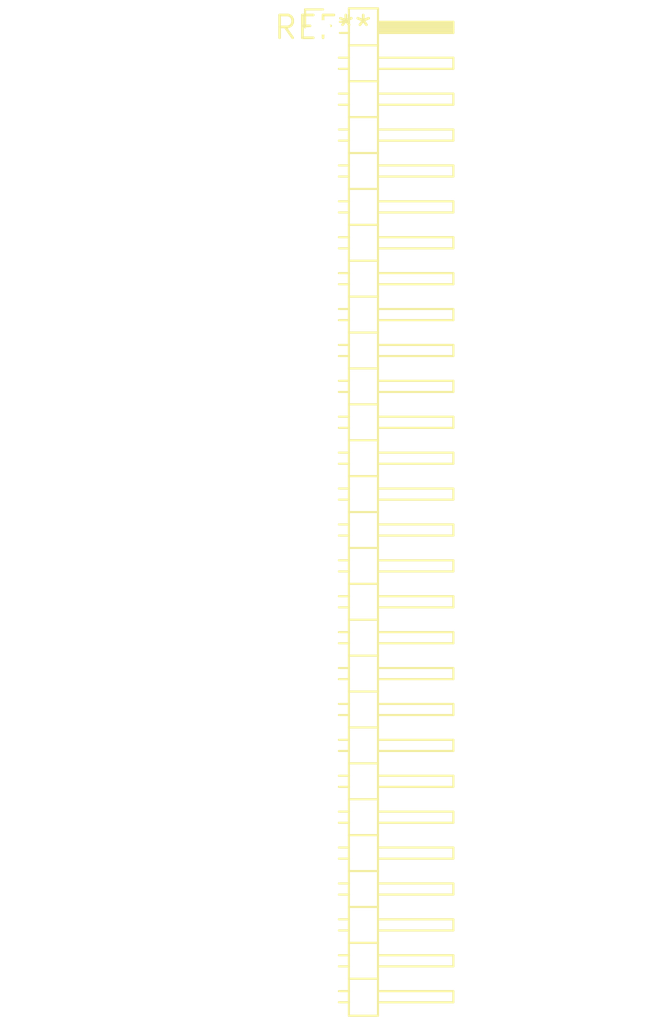
<source format=kicad_pcb>
(kicad_pcb (version 20240108) (generator pcbnew)
  (layers (0 "F.Cu" signal) (31 "B.Cu" signal) (34 "B.Paste" user) (35 "F.Paste" user) (36 "B.SilkS" user "B.Silkscreen") (37 "F.SilkS" user "F.Silkscreen") (38 "B.Mask" user) (39 "F.Mask" user) (44 "Edge.Cuts" user))
  (net 0 "")
  (footprint "PinHeader_1x28_P2.00mm_Horizontal" (layer "F.Cu") (at 0 0)
    (property "Reference" "REF**")
    (property "Value" "PinHeader_1x28_P2.00mm_Horizontal")
    (fp_line (start -1 -1) (end 0 -1) (layer "F.SilkS") (stroke (width 0.12)))
    (fp_line (start -1 0) (end -1 -1) (layer "F.SilkS") (stroke (width 0.12)))
    (fp_line (start 0.882114 1.69) (end 1.44 1.69) (layer "F.SilkS") (stroke (width 0.12)))
    (fp_line (start 0.882114 2.31) (end 1.44 2.31) (layer "F.SilkS") (stroke (width 0.12)))
    (fp_line (start 0.882114 3.69) (end 1.44 3.69) (layer "F.SilkS") (stroke (width 0.12)))
    (fp_line (start 0.882114 4.31) (end 1.44 4.31) (layer "F.SilkS") (stroke (width 0.12)))
    (fp_line (start 0.882114 5.69) (end 1.44 5.69) (layer "F.SilkS") (stroke (width 0.12)))
    (fp_line (start 0.882114 6.31) (end 1.44 6.31) (layer "F.SilkS") (stroke (width 0.12)))
    (fp_line (start 0.882114 7.69) (end 1.44 7.69) (layer "F.SilkS") (stroke (width 0.12)))
    (fp_line (start 0.882114 8.31) (end 1.44 8.31) (layer "F.SilkS") (stroke (width 0.12)))
    (fp_line (start 0.882114 9.69) (end 1.44 9.69) (layer "F.SilkS") (stroke (width 0.12)))
    (fp_line (start 0.882114 10.31) (end 1.44 10.31) (layer "F.SilkS") (stroke (width 0.12)))
    (fp_line (start 0.882114 11.69) (end 1.44 11.69) (layer "F.SilkS") (stroke (width 0.12)))
    (fp_line (start 0.882114 12.31) (end 1.44 12.31) (layer "F.SilkS") (stroke (width 0.12)))
    (fp_line (start 0.882114 13.69) (end 1.44 13.69) (layer "F.SilkS") (stroke (width 0.12)))
    (fp_line (start 0.882114 14.31) (end 1.44 14.31) (layer "F.SilkS") (stroke (width 0.12)))
    (fp_line (start 0.882114 15.69) (end 1.44 15.69) (layer "F.SilkS") (stroke (width 0.12)))
    (fp_line (start 0.882114 16.31) (end 1.44 16.31) (layer "F.SilkS") (stroke (width 0.12)))
    (fp_line (start 0.882114 17.69) (end 1.44 17.69) (layer "F.SilkS") (stroke (width 0.12)))
    (fp_line (start 0.882114 18.31) (end 1.44 18.31) (layer "F.SilkS") (stroke (width 0.12)))
    (fp_line (start 0.882114 19.69) (end 1.44 19.69) (layer "F.SilkS") (stroke (width 0.12)))
    (fp_line (start 0.882114 20.31) (end 1.44 20.31) (layer "F.SilkS") (stroke (width 0.12)))
    (fp_line (start 0.882114 21.69) (end 1.44 21.69) (layer "F.SilkS") (stroke (width 0.12)))
    (fp_line (start 0.882114 22.31) (end 1.44 22.31) (layer "F.SilkS") (stroke (width 0.12)))
    (fp_line (start 0.882114 23.69) (end 1.44 23.69) (layer "F.SilkS") (stroke (width 0.12)))
    (fp_line (start 0.882114 24.31) (end 1.44 24.31) (layer "F.SilkS") (stroke (width 0.12)))
    (fp_line (start 0.882114 25.69) (end 1.44 25.69) (layer "F.SilkS") (stroke (width 0.12)))
    (fp_line (start 0.882114 26.31) (end 1.44 26.31) (layer "F.SilkS") (stroke (width 0.12)))
    (fp_line (start 0.882114 27.69) (end 1.44 27.69) (layer "F.SilkS") (stroke (width 0.12)))
    (fp_line (start 0.882114 28.31) (end 1.44 28.31) (layer "F.SilkS") (stroke (width 0.12)))
    (fp_line (start 0.882114 29.69) (end 1.44 29.69) (layer "F.SilkS") (stroke (width 0.12)))
    (fp_line (start 0.882114 30.31) (end 1.44 30.31) (layer "F.SilkS") (stroke (width 0.12)))
    (fp_line (start 0.882114 31.69) (end 1.44 31.69) (layer "F.SilkS") (stroke (width 0.12)))
    (fp_line (start 0.882114 32.31) (end 1.44 32.31) (layer "F.SilkS") (stroke (width 0.12)))
    (fp_line (start 0.882114 33.69) (end 1.44 33.69) (layer "F.SilkS") (stroke (width 0.12)))
    (fp_line (start 0.882114 34.31) (end 1.44 34.31) (layer "F.SilkS") (stroke (width 0.12)))
    (fp_line (start 0.882114 35.69) (end 1.44 35.69) (layer "F.SilkS") (stroke (width 0.12)))
    (fp_line (start 0.882114 36.31) (end 1.44 36.31) (layer "F.SilkS") (stroke (width 0.12)))
    (fp_line (start 0.882114 37.69) (end 1.44 37.69) (layer "F.SilkS") (stroke (width 0.12)))
    (fp_line (start 0.882114 38.31) (end 1.44 38.31) (layer "F.SilkS") (stroke (width 0.12)))
    (fp_line (start 0.882114 39.69) (end 1.44 39.69) (layer "F.SilkS") (stroke (width 0.12)))
    (fp_line (start 0.882114 40.31) (end 1.44 40.31) (layer "F.SilkS") (stroke (width 0.12)))
    (fp_line (start 0.882114 41.69) (end 1.44 41.69) (layer "F.SilkS") (stroke (width 0.12)))
    (fp_line (start 0.882114 42.31) (end 1.44 42.31) (layer "F.SilkS") (stroke (width 0.12)))
    (fp_line (start 0.882114 43.69) (end 1.44 43.69) (layer "F.SilkS") (stroke (width 0.12)))
    (fp_line (start 0.882114 44.31) (end 1.44 44.31) (layer "F.SilkS") (stroke (width 0.12)))
    (fp_line (start 0.882114 45.69) (end 1.44 45.69) (layer "F.SilkS") (stroke (width 0.12)))
    (fp_line (start 0.882114 46.31) (end 1.44 46.31) (layer "F.SilkS") (stroke (width 0.12)))
    (fp_line (start 0.882114 47.69) (end 1.44 47.69) (layer "F.SilkS") (stroke (width 0.12)))
    (fp_line (start 0.882114 48.31) (end 1.44 48.31) (layer "F.SilkS") (stroke (width 0.12)))
    (fp_line (start 0.882114 49.69) (end 1.44 49.69) (layer "F.SilkS") (stroke (width 0.12)))
    (fp_line (start 0.882114 50.31) (end 1.44 50.31) (layer "F.SilkS") (stroke (width 0.12)))
    (fp_line (start 0.882114 51.69) (end 1.44 51.69) (layer "F.SilkS") (stroke (width 0.12)))
    (fp_line (start 0.882114 52.31) (end 1.44 52.31) (layer "F.SilkS") (stroke (width 0.12)))
    (fp_line (start 0.882114 53.69) (end 1.44 53.69) (layer "F.SilkS") (stroke (width 0.12)))
    (fp_line (start 0.882114 54.31) (end 1.44 54.31) (layer "F.SilkS") (stroke (width 0.12)))
    (fp_line (start 0.935 -0.31) (end 1.44 -0.31) (layer "F.SilkS") (stroke (width 0.12)))
    (fp_line (start 0.935 0.31) (end 1.44 0.31) (layer "F.SilkS") (stroke (width 0.12)))
    (fp_line (start 1.44 -1.06) (end 1.44 55.06) (layer "F.SilkS") (stroke (width 0.12)))
    (fp_line (start 1.44 1) (end 3.06 1) (layer "F.SilkS") (stroke (width 0.12)))
    (fp_line (start 1.44 3) (end 3.06 3) (layer "F.SilkS") (stroke (width 0.12)))
    (fp_line (start 1.44 5) (end 3.06 5) (layer "F.SilkS") (stroke (width 0.12)))
    (fp_line (start 1.44 7) (end 3.06 7) (layer "F.SilkS") (stroke (width 0.12)))
    (fp_line (start 1.44 9) (end 3.06 9) (layer "F.SilkS") (stroke (width 0.12)))
    (fp_line (start 1.44 11) (end 3.06 11) (layer "F.SilkS") (stroke (width 0.12)))
    (fp_line (start 1.44 13) (end 3.06 13) (layer "F.SilkS") (stroke (width 0.12)))
    (fp_line (start 1.44 15) (end 3.06 15) (layer "F.SilkS") (stroke (width 0.12)))
    (fp_line (start 1.44 17) (end 3.06 17) (layer "F.SilkS") (stroke (width 0.12)))
    (fp_line (start 1.44 19) (end 3.06 19) (layer "F.SilkS") (stroke (width 0.12)))
    (fp_line (start 1.44 21) (end 3.06 21) (layer "F.SilkS") (stroke (width 0.12)))
    (fp_line (start 1.44 23) (end 3.06 23) (layer "F.SilkS") (stroke (width 0.12)))
    (fp_line (start 1.44 25) (end 3.06 25) (layer "F.SilkS") (stroke (width 0.12)))
    (fp_line (start 1.44 27) (end 3.06 27) (layer "F.SilkS") (stroke (width 0.12)))
    (fp_line (start 1.44 29) (end 3.06 29) (layer "F.SilkS") (stroke (width 0.12)))
    (fp_line (start 1.44 31) (end 3.06 31) (layer "F.SilkS") (stroke (width 0.12)))
    (fp_line (start 1.44 33) (end 3.06 33) (layer "F.SilkS") (stroke (width 0.12)))
    (fp_line (start 1.44 35) (end 3.06 35) (layer "F.SilkS") (stroke (width 0.12)))
    (fp_line (start 1.44 37) (end 3.06 37) (layer "F.SilkS") (stroke (width 0.12)))
    (fp_line (start 1.44 39) (end 3.06 39) (layer "F.SilkS") (stroke (width 0.12)))
    (fp_line (start 1.44 41) (end 3.06 41) (layer "F.SilkS") (stroke (width 0.12)))
    (fp_line (start 1.44 43) (end 3.06 43) (layer "F.SilkS") (stroke (width 0.12)))
    (fp_line (start 1.44 45) (end 3.06 45) (layer "F.SilkS") (stroke (width 0.12)))
    (fp_line (start 1.44 47) (end 3.06 47) (layer "F.SilkS") (stroke (width 0.12)))
    (fp_line (start 1.44 49) (end 3.06 49) (layer "F.SilkS") (stroke (width 0.12)))
    (fp_line (start 1.44 51) (end 3.06 51) (layer "F.SilkS") (stroke (width 0.12)))
    (fp_line (start 1.44 53) (end 3.06 53) (layer "F.SilkS") (stroke (width 0.12)))
    (fp_line (start 1.44 55.06) (end 3.06 55.06) (layer "F.SilkS") (stroke (width 0.12)))
    (fp_line (start 3.06 -1.06) (end 1.44 -1.06) (layer "F.SilkS") (stroke (width 0.12)))
    (fp_line (start 3.06 -0.31) (end 7.26 -0.31) (layer "F.SilkS") (stroke (width 0.12)))
    (fp_line (start 3.06 -0.25) (end 7.26 -0.25) (layer "F.SilkS") (stroke (width 0.12)))
    (fp_line (start 3.06 -0.13) (end 7.26 -0.13) (layer "F.SilkS") (stroke (width 0.12)))
    (fp_line (start 3.06 -0.01) (end 7.26 -0.01) (layer "F.SilkS") (stroke (width 0.12)))
    (fp_line (start 3.06 0.11) (end 7.26 0.11) (layer "F.SilkS") (stroke (width 0.12)))
    (fp_line (start 3.06 0.23) (end 7.26 0.23) (layer "F.SilkS") (stroke (width 0.12)))
    (fp_line (start 3.06 1.69) (end 7.26 1.69) (layer "F.SilkS") (stroke (width 0.12)))
    (fp_line (start 3.06 3.69) (end 7.26 3.69) (layer "F.SilkS") (stroke (width 0.12)))
    (fp_line (start 3.06 5.69) (end 7.26 5.69) (layer "F.SilkS") (stroke (width 0.12)))
    (fp_line (start 3.06 7.69) (end 7.26 7.69) (layer "F.SilkS") (stroke (width 0.12)))
    (fp_line (start 3.06 9.69) (end 7.26 9.69) (layer "F.SilkS") (stroke (width 0.12)))
    (fp_line (start 3.06 11.69) (end 7.26 11.69) (layer "F.SilkS") (stroke (width 0.12)))
    (fp_line (start 3.06 13.69) (end 7.26 13.69) (layer "F.SilkS") (stroke (width 0.12)))
    (fp_line (start 3.06 15.69) (end 7.26 15.69) (layer "F.SilkS") (stroke (width 0.12)))
    (fp_line (start 3.06 17.69) (end 7.26 17.69) (layer "F.SilkS") (stroke (width 0.12)))
    (fp_line (start 3.06 19.69) (end 7.26 19.69) (layer "F.SilkS") (stroke (width 0.12)))
    (fp_line (start 3.06 21.69) (end 7.26 21.69) (layer "F.SilkS") (stroke (width 0.12)))
    (fp_line (start 3.06 23.69) (end 7.26 23.69) (layer "F.SilkS") (stroke (width 0.12)))
    (fp_line (start 3.06 25.69) (end 7.26 25.69) (layer "F.SilkS") (stroke (width 0.12)))
    (fp_line (start 3.06 27.69) (end 7.26 27.69) (layer "F.SilkS") (stroke (width 0.12)))
    (fp_line (start 3.06 29.69) (end 7.26 29.69) (layer "F.SilkS") (stroke (width 0.12)))
    (fp_line (start 3.06 31.69) (end 7.26 31.69) (layer "F.SilkS") (stroke (width 0.12)))
    (fp_line (start 3.06 33.69) (end 7.26 33.69) (layer "F.SilkS") (stroke (width 0.12)))
    (fp_line (start 3.06 35.69) (end 7.26 35.69) (layer "F.SilkS") (stroke (width 0.12)))
    (fp_line (start 3.06 37.69) (end 7.26 37.69) (layer "F.SilkS") (stroke (width 0.12)))
    (fp_line (start 3.06 39.69) (end 7.26 39.69) (layer "F.SilkS") (stroke (width 0.12)))
    (fp_line (start 3.06 41.69) (end 7.26 41.69) (layer "F.SilkS") (stroke (width 0.12)))
    (fp_line (start 3.06 43.69) (end 7.26 43.69) (layer "F.SilkS") (stroke (width 0.12)))
    (fp_line (start 3.06 45.69) (end 7.26 45.69) (layer "F.SilkS") (stroke (width 0.12)))
    (fp_line (start 3.06 47.69) (end 7.26 47.69) (layer "F.SilkS") (stroke (width 0.12)))
    (fp_line (start 3.06 49.69) (end 7.26 49.69) (layer "F.SilkS") (stroke (width 0.12)))
    (fp_line (start 3.06 51.69) (end 7.26 51.69) (layer "F.SilkS") (stroke (width 0.12)))
    (fp_line (start 3.06 53.69) (end 7.26 53.69) (layer "F.SilkS") (stroke (width 0.12)))
    (fp_line (start 3.06 55.06) (end 3.06 -1.06) (layer "F.SilkS") (stroke (width 0.12)))
    (fp_line (start 7.26 -0.31) (end 7.26 0.31) (layer "F.SilkS") (stroke (width 0.12)))
    (fp_line (start 7.26 0.31) (end 3.06 0.31) (layer "F.SilkS") (stroke (width 0.12)))
    (fp_line (start 7.26 1.69) (end 7.26 2.31) (layer "F.SilkS") (stroke (width 0.12)))
    (fp_line (start 7.26 2.31) (end 3.06 2.31) (layer "F.SilkS") (stroke (width 0.12)))
    (fp_line (start 7.26 3.69) (end 7.26 4.31) (layer "F.SilkS") (stroke (width 0.12)))
    (fp_line (start 7.26 4.31) (end 3.06 4.31) (layer "F.SilkS") (stroke (width 0.12)))
    (fp_line (start 7.26 5.69) (end 7.26 6.31) (layer "F.SilkS") (stroke (width 0.12)))
    (fp_line (start 7.26 6.31) (end 3.06 6.31) (layer "F.SilkS") (stroke (width 0.12)))
    (fp_line (start 7.26 7.69) (end 7.26 8.31) (layer "F.SilkS") (stroke (width 0.12)))
    (fp_line (start 7.26 8.31) (end 3.06 8.31) (layer "F.SilkS") (stroke (width 0.12)))
    (fp_line (start 7.26 9.69) (end 7.26 10.31) (layer "F.SilkS") (stroke (width 0.12)))
    (fp_line (start 7.26 10.31) (end 3.06 10.31) (layer "F.SilkS") (stroke (width 0.12)))
    (fp_line (start 7.26 11.69) (end 7.26 12.31) (layer "F.SilkS") (stroke (width 0.12)))
    (fp_line (start 7.26 12.31) (end 3.06 12.31) (layer "F.SilkS") (stroke (width 0.12)))
    (fp_line (start 7.26 13.69) (end 7.26 14.31) (layer "F.SilkS") (stroke (width 0.12)))
    (fp_line (start 7.26 14.31) (end 3.06 14.31) (layer "F.SilkS") (stroke (width 0.12)))
    (fp_line (start 7.26 15.69) (end 7.26 16.31) (layer "F.SilkS") (stroke (width 0.12)))
    (fp_line (start 7.26 16.31) (end 3.06 16.31) (layer "F.SilkS") (stroke (width 0.12)))
    (fp_line (start 7.26 17.69) (end 7.26 18.31) (layer "F.SilkS") (stroke (width 0.12)))
    (fp_line (start 7.26 18.31) (end 3.06 18.31) (layer "F.SilkS") (stroke (width 0.12)))
    (fp_line (start 7.26 19.69) (end 7.26 20.31) (layer "F.SilkS") (stroke (width 0.12)))
    (fp_line (start 7.26 20.31) (end 3.06 20.31) (layer "F.SilkS") (stroke (width 0.12)))
    (fp_line (start 7.26 21.69) (end 7.26 22.31) (layer "F.SilkS") (stroke (width 0.12)))
    (fp_line (start 7.26 22.31) (end 3.06 22.31) (layer "F.SilkS") (stroke (width 0.12)))
    (fp_line (start 7.26 23.69) (end 7.26 24.31) (layer "F.SilkS") (stroke (width 0.12)))
    (fp_line (start 7.26 24.31) (end 3.06 24.31) (layer "F.SilkS") (stroke (width 0.12)))
    (fp_line (start 7.26 25.69) (end 7.26 26.31) (layer "F.SilkS") (stroke (width 0.12)))
    (fp_line (start 7.26 26.31) (end 3.06 26.31) (layer "F.SilkS") (stroke (width 0.12)))
    (fp_line (start 7.26 27.69) (end 7.26 28.31) (layer "F.SilkS") (stroke (width 0.12)))
    (fp_line (start 7.26 28.31) (end 3.06 28.31) (layer "F.SilkS") (stroke (width 0.12)))
    (fp_line (start 7.26 29.69) (end 7.26 30.31) (layer "F.SilkS") (stroke (width 0.12)))
    (fp_line (start 7.26 30.31) (end 3.06 30.31) (layer "F.SilkS") (stroke (width 0.12)))
    (fp_line (start 7.26 31.69) (end 7.26 32.31) (layer "F.SilkS") (stroke (width 0.12)))
    (fp_line (start 7.26 32.31) (end 3.06 32.31) (layer "F.SilkS") (stroke (width 0.12)))
    (fp_line (start 7.26 33.69) (end 7.26 34.31) (layer "F.SilkS") (stroke (width 0.12)))
    (fp_line (start 7.26 34.31) (end 3.06 34.31) (layer "F.SilkS") (stroke (width 0.12)))
    (fp_line (start 7.26 35.69) (end 7.26 36.31) (layer "F.SilkS") (stroke (width 0.12)))
    (fp_line (start 7.26 36.31) (end 3.06 36.31) (layer "F.SilkS") (stroke (width 0.12)))
    (fp_line (start 7.26 37.69) (end 7.26 38.31) (layer "F.SilkS") (stroke (width 0.12)))
    (fp_line (start 7.26 38.31) (end 3.06 38.31) (layer "F.SilkS") (stroke (width 0.12)))
    (fp_line (start 7.26 39.69) (end 7.26 40.31) (layer "F.SilkS") (stroke (width 0.12)))
    (fp_line (start 7.26 40.31) (end 3.06 40.31) (layer "F.SilkS") (stroke (width 0.12)))
    (fp_line (start 7.26 41.69) (end 7.26 42.31) (layer "F.SilkS") (stroke (width 0.12)))
    (fp_line (start 7.26 42.31) (end 3.06 42.31) (layer "F.SilkS") (stroke (width 0.12)))
    (fp_line (start 7.26 43.69) (end 7.26 44.31) (layer "F.SilkS") (stroke (width 0.12)))
    (fp_line (start 7.26 44.31) (end 3.06 44.31) (layer "F.SilkS") (stroke (width 0.12)))
    (fp_line (start 7.26 45.69) (end 7.26 46.31) (layer "F.SilkS") (stroke (width 0.12)))
    (fp_line (start 7.26 46.31) (end 3.06 46.31) (layer "F.SilkS") (stroke (width 0.12)))
    (fp_line (start 7.26 47.69) (end 7.26 48.31) (layer "F.SilkS") (stroke (width 0.12)))
    (fp_line (start 7.26 48.31) (end 3.06 48.31) (layer "F.SilkS") (stroke (width 0.12)))
    (fp_line (start 7.26 49.69) (end 7.26 50.31) (layer "F.SilkS") (stroke (width 0.12)))
    (fp_line (start 7.26 50.31) (end 3.06 50.31) (layer "F.SilkS") (stroke (width 0.12)))
    (fp_line (start 7.26 51.69) (end 7.26 52.31) (layer "F.SilkS") (stroke (width 0.12)))
    (fp_line (start 7.26 52.31) (end 3.06 52.31) (layer "F.SilkS") (stroke (width 0.12)))
    (fp_line (start 7.26 53.69) (end 7.26 54.31) (layer "F.SilkS") (stroke (width 0.12)))
    (fp_line (start 7.26 54.31) (end 3.06 54.31) (layer "F.SilkS") (stroke (width 0.12)))
    (pad "1" thru_hole rect (at 0 0) (size 1.35 1.35) (drill 0.8) (layers *.Cu *.Mask) (remove_unused_layers))
    (pad "2" thru_hole oval (at 0 2) (size 1.35 1.35) (drill 0.8) (layers *.Cu *.Mask) (remove_unused_layers))
    (pad "3" thru_hole oval (at 0 4) (size 1.35 1.35) (drill 0.8) (layers *.Cu *.Mask) (remove_unused_layers))
    (pad "4" thru_hole oval (at 0 6) (size 1.35 1.35) (drill 0.8) (layers *.Cu *.Mask) (remove_unused_layers))
    (pad "5" thru_hole oval (at 0 8) (size 1.35 1.35) (drill 0.8) (layers *.Cu *.Mask) (remove_unused_layers))
    (pad "6" thru_hole oval (at 0 10) (size 1.35 1.35) (drill 0.8) (layers *.Cu *.Mask) (remove_unused_layers))
    (pad "7" thru_hole oval (at 0 12) (size 1.35 1.35) (drill 0.8) (layers *.Cu *.Mask) (remove_unused_layers))
    (pad "8" thru_hole oval (at 0 14) (size 1.35 1.35) (drill 0.8) (layers *.Cu *.Mask) (remove_unused_layers))
    (pad "9" thru_hole oval (at 0 16) (size 1.35 1.35) (drill 0.8) (layers *.Cu *.Mask) (remove_unused_layers))
    (pad "10" thru_hole oval (at 0 18) (size 1.35 1.35) (drill 0.8) (layers *.Cu *.Mask) (remove_unused_layers))
    (pad "11" thru_hole oval (at 0 20) (size 1.35 1.35) (drill 0.8) (layers *.Cu *.Mask) (remove_unused_layers))
    (pad "12" thru_hole oval (at 0 22) (size 1.35 1.35) (drill 0.8) (layers *.Cu *.Mask) (remove_unused_layers))
    (pad "13" thru_hole oval (at 0 24) (size 1.35 1.35) (drill 0.8) (layers *.Cu *.Mask) (remove_unused_layers))
    (pad "14" thru_hole oval (at 0 26) (size 1.35 1.35) (drill 0.8) (layers *.Cu *.Mask) (remove_unused_layers))
    (pad "15" thru_hole oval (at 0 28) (size 1.35 1.35) (drill 0.8) (layers *.Cu *.Mask) (remove_unused_layers))
    (pad "16" thru_hole oval (at 0 30) (size 1.35 1.35) (drill 0.8) (layers *.Cu *.Mask) (remove_unused_layers))
    (pad "17" thru_hole oval (at 0 32) (size 1.35 1.35) (drill 0.8) (layers *.Cu *.Mask) (remove_unused_layers))
    (pad "18" thru_hole oval (at 0 34) (size 1.35 1.35) (drill 0.8) (layers *.Cu *.Mask) (remove_unused_layers))
    (pad "19" thru_hole oval (at 0 36) (size 1.35 1.35) (drill 0.8) (layers *.Cu *.Mask) (remove_unused_layers))
    (pad "20" thru_hole oval (at 0 38) (size 1.35 1.35) (drill 0.8) (layers *.Cu *.Mask) (remove_unused_layers))
    (pad "21" thru_hole oval (at 0 40) (size 1.35 1.35) (drill 0.8) (layers *.Cu *.Mask) (remove_unused_layers))
    (pad "22" thru_hole oval (at 0 42) (size 1.35 1.35) (drill 0.8) (layers *.Cu *.Mask) (remove_unused_layers))
    (pad "23" thru_hole oval (at 0 44) (size 1.35 1.35) (drill 0.8) (layers *.Cu *.Mask) (remove_unused_layers))
    (pad "24" thru_hole oval (at 0 46) (size 1.35 1.35) (drill 0.8) (layers *.Cu *.Mask) (remove_unused_layers))
    (pad "25" thru_hole oval (at 0 48) (size 1.35 1.35) (drill 0.8) (layers *.Cu *.Mask) (remove_unused_layers))
    (pad "26" thru_hole oval (at 0 50) (size 1.35 1.35) (drill 0.8) (layers *.Cu *.Mask) (remove_unused_layers))
    (pad "27" thru_hole oval (at 0 52) (size 1.35 1.35) (drill 0.8) (layers *.Cu *.Mask) (remove_unused_layers))
    (pad "28" thru_hole oval (at 0 54) (size 1.35 1.35) (drill 0.8) (layers *.Cu *.Mask) (remove_unused_layers))
  )
)
</source>
